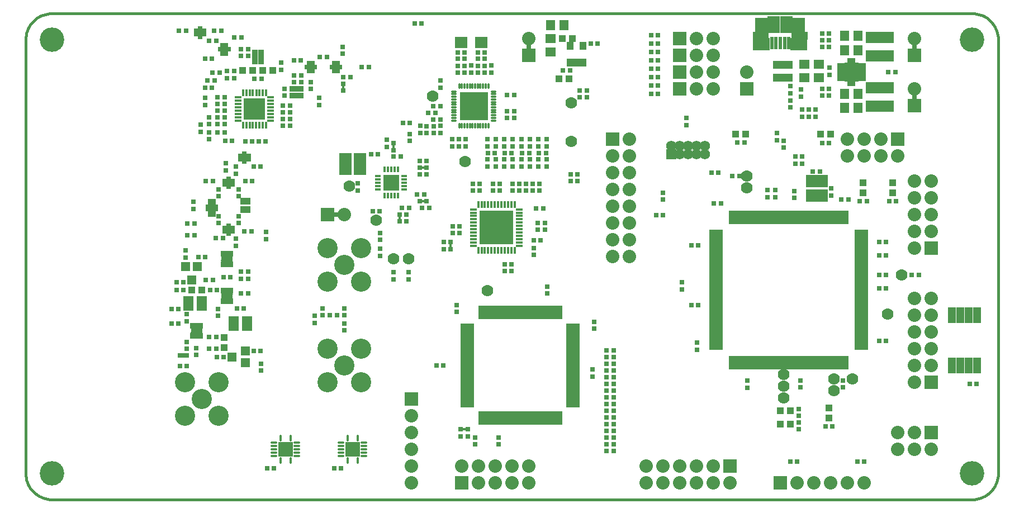
<source format=gts>
G04 (created by PCBNEW-RS274X (2012-01-19 BZR 3256)-stable) date 21/09/2012 20:47:58*
G01*
G70*
G90*
%MOIN*%
G04 Gerber Fmt 3.4, Leading zero omitted, Abs format*
%FSLAX34Y34*%
G04 APERTURE LIST*
%ADD10C,0.006000*%
%ADD11C,0.015000*%
%ADD12R,0.056000X0.056000*%
%ADD13R,0.040000X0.050000*%
%ADD14R,0.067200X0.075100*%
%ADD15R,0.075100X0.067200*%
%ADD16R,0.031600X0.079100*%
%ADD17R,0.079100X0.031600*%
%ADD18R,0.023700X0.076900*%
%ADD19R,0.076100X0.101400*%
%ADD20R,0.104300X0.077100*%
%ADD21R,0.091900X0.045000*%
%ADD22R,0.083000X0.131600*%
%ADD23C,0.083000*%
%ADD24C,0.077100*%
%ADD25C,0.070000*%
%ADD26R,0.041700X0.051500*%
%ADD27R,0.059000X0.038000*%
%ADD28R,0.045000X0.095000*%
%ADD29R,0.027900X0.037700*%
%ADD30R,0.071200X0.027900*%
%ADD31O,0.067200X0.027900*%
%ADD32R,0.067200X0.039700*%
%ADD33O,0.063300X0.027900*%
%ADD34R,0.025900X0.027900*%
%ADD35R,0.053500X0.031000*%
%ADD36R,0.052400X0.067200*%
%ADD37R,0.031000X0.047600*%
%ADD38C,0.043000*%
%ADD39O,0.039100X0.016600*%
%ADD40O,0.016600X0.039100*%
%ADD41R,0.046000X0.046000*%
%ADD42O,0.016600X0.041000*%
%ADD43O,0.041000X0.016600*%
%ADD44R,0.200900X0.200900*%
%ADD45O,0.013700X0.038300*%
%ADD46O,0.038300X0.013700*%
%ADD47R,0.170500X0.170500*%
%ADD48R,0.131300X0.131300*%
%ADD49O,0.037100X0.016600*%
%ADD50O,0.016600X0.037100*%
%ADD51R,0.096500X0.096500*%
%ADD52R,0.165700X0.067200*%
%ADD53R,0.035700X0.039700*%
%ADD54R,0.047600X0.039700*%
%ADD55R,0.039700X0.043600*%
%ADD56R,0.080000X0.080000*%
%ADD57C,0.080000*%
%ADD58R,0.036100X0.033000*%
%ADD59R,0.033000X0.036100*%
%ADD60R,0.062000X0.062000*%
%ADD61C,0.062000*%
%ADD62R,0.041700X0.029800*%
%ADD63R,0.064700X0.053300*%
%ADD64R,0.053300X0.064700*%
%ADD65R,0.042000X0.042000*%
%ADD66R,0.030000X0.028000*%
%ADD67R,0.028000X0.030000*%
%ADD68C,0.120000*%
%ADD69R,0.038000X0.028000*%
%ADD70R,0.038000X0.018000*%
%ADD71R,0.018000X0.038000*%
%ADD72C,0.146000*%
%ADD73R,0.030000X0.080000*%
%ADD74R,0.080000X0.030000*%
%ADD75R,0.026000X0.036900*%
%ADD76R,0.044000X0.027900*%
%ADD77R,0.036900X0.026000*%
%ADD78R,0.027900X0.044000*%
G04 APERTURE END LIST*
G54D10*
G54D11*
X26075Y-21500D02*
X80975Y-21500D01*
X26075Y-50500D02*
X80925Y-50500D01*
X24500Y-23075D02*
X24500Y-48925D01*
X82500Y-23075D02*
X82500Y-48925D01*
X82500Y-23075D02*
X82494Y-22938D01*
X82476Y-22802D01*
X82446Y-22668D01*
X82405Y-22537D01*
X82352Y-22410D01*
X82288Y-22288D01*
X82215Y-22172D01*
X82131Y-22063D01*
X82038Y-21962D01*
X81937Y-21869D01*
X81828Y-21785D01*
X81712Y-21712D01*
X81590Y-21648D01*
X81463Y-21595D01*
X81332Y-21554D01*
X81198Y-21524D01*
X81062Y-21506D01*
X80925Y-21500D01*
X80925Y-50500D02*
X81062Y-50494D01*
X81198Y-50476D01*
X81332Y-50446D01*
X81463Y-50405D01*
X81590Y-50352D01*
X81712Y-50288D01*
X81828Y-50215D01*
X81937Y-50131D01*
X82038Y-50038D01*
X82131Y-49937D01*
X82215Y-49828D01*
X82288Y-49712D01*
X82352Y-49590D01*
X82405Y-49463D01*
X82446Y-49332D01*
X82476Y-49198D01*
X82494Y-49062D01*
X82500Y-48925D01*
X24500Y-48925D02*
X24506Y-49062D01*
X24524Y-49198D01*
X24554Y-49332D01*
X24595Y-49463D01*
X24648Y-49590D01*
X24712Y-49712D01*
X24785Y-49828D01*
X24869Y-49937D01*
X24962Y-50038D01*
X25063Y-50131D01*
X25172Y-50215D01*
X25288Y-50288D01*
X25410Y-50352D01*
X25537Y-50405D01*
X25668Y-50446D01*
X25802Y-50476D01*
X25938Y-50494D01*
X26075Y-50500D01*
X26075Y-21500D02*
X25938Y-21506D01*
X25802Y-21524D01*
X25668Y-21554D01*
X25537Y-21595D01*
X25410Y-21648D01*
X25288Y-21712D01*
X25172Y-21785D01*
X25063Y-21869D01*
X24962Y-21962D01*
X24869Y-22063D01*
X24785Y-22172D01*
X24712Y-22288D01*
X24648Y-22410D01*
X24595Y-22537D01*
X24554Y-22668D01*
X24524Y-22802D01*
X24506Y-22938D01*
X24500Y-23075D01*
G54D12*
X37600Y-41650D03*
X37600Y-42350D03*
X36800Y-42000D03*
X34050Y-36600D03*
X34750Y-36600D03*
X34400Y-37400D03*
G54D13*
X56975Y-24450D03*
X57725Y-24450D03*
X56975Y-23450D03*
X57350Y-24450D03*
X57725Y-23450D03*
G54D14*
X72015Y-32383D03*
X71385Y-31517D03*
X72015Y-31517D03*
X71385Y-32383D03*
G54D15*
X43567Y-30815D03*
X44433Y-30185D03*
X44433Y-30815D03*
X43567Y-30185D03*
G54D16*
X56362Y-39350D03*
X56165Y-39350D03*
X55969Y-39350D03*
X55772Y-39350D03*
X55575Y-39350D03*
X55378Y-39350D03*
X55181Y-39350D03*
X54984Y-39350D03*
X54787Y-39350D03*
X54591Y-39350D03*
X54394Y-39350D03*
X54197Y-39350D03*
X54000Y-39350D03*
X53803Y-39350D03*
X53606Y-39350D03*
X53409Y-39350D03*
X53213Y-39350D03*
X53016Y-39350D03*
X52819Y-39350D03*
X52622Y-39350D03*
X52425Y-39350D03*
X52228Y-39350D03*
X52031Y-39350D03*
X51835Y-39350D03*
X51638Y-39350D03*
G54D17*
X50850Y-40138D03*
X50850Y-40335D03*
X50850Y-40531D03*
X50850Y-40728D03*
X50850Y-40925D03*
X50850Y-41122D03*
X50850Y-41319D03*
X50850Y-41516D03*
X50850Y-41713D03*
X50850Y-41909D03*
X50850Y-42106D03*
X50850Y-42303D03*
X50850Y-42500D03*
X50850Y-42697D03*
X50850Y-42894D03*
X50850Y-43091D03*
X50850Y-43287D03*
X50850Y-43484D03*
X50850Y-43681D03*
X50850Y-43878D03*
X50850Y-44075D03*
X50850Y-44272D03*
X50850Y-44469D03*
X50850Y-44665D03*
X50850Y-44862D03*
G54D16*
X51638Y-45650D03*
X51835Y-45650D03*
X52031Y-45650D03*
X52228Y-45650D03*
X52425Y-45650D03*
X52622Y-45650D03*
X52819Y-45650D03*
X53016Y-45650D03*
X53213Y-45650D03*
X53409Y-45650D03*
X53606Y-45650D03*
X53803Y-45650D03*
X54000Y-45650D03*
X54197Y-45650D03*
X54394Y-45650D03*
X54591Y-45650D03*
X54787Y-45650D03*
X54984Y-45650D03*
X55181Y-45650D03*
X55378Y-45650D03*
X55575Y-45650D03*
X55772Y-45650D03*
X55969Y-45650D03*
X56165Y-45650D03*
X56362Y-45650D03*
G54D17*
X57150Y-44862D03*
X57150Y-44665D03*
X57150Y-44469D03*
X57150Y-44272D03*
X57150Y-44075D03*
X57150Y-43878D03*
X57150Y-43681D03*
X57150Y-43484D03*
X57150Y-43287D03*
X57150Y-43091D03*
X57150Y-42894D03*
X57150Y-42697D03*
X57150Y-42500D03*
X57150Y-42303D03*
X57150Y-42106D03*
X57150Y-41909D03*
X57150Y-41713D03*
X57150Y-41516D03*
X57150Y-41319D03*
X57150Y-41122D03*
X57150Y-40925D03*
X57150Y-40728D03*
X57150Y-40531D03*
X57150Y-40335D03*
X57150Y-40138D03*
G54D18*
X70012Y-23281D03*
X69756Y-23281D03*
X69500Y-23281D03*
X69244Y-23281D03*
X68988Y-23281D03*
G54D19*
X69879Y-22156D03*
X69121Y-22156D03*
G54D20*
X70614Y-23340D03*
X68386Y-23340D03*
G54D21*
X70676Y-22827D03*
X68324Y-22827D03*
G54D22*
X70583Y-22394D03*
X68417Y-22394D03*
G54D23*
X70583Y-22169D03*
X68417Y-22169D03*
G54D24*
X70479Y-23339D03*
X68521Y-23339D03*
G54D25*
X48775Y-26425D03*
X76750Y-37100D03*
X67500Y-31900D03*
X67500Y-31200D03*
X45400Y-33850D03*
X75900Y-39450D03*
X43800Y-31800D03*
X73800Y-43300D03*
X69700Y-43750D03*
X69700Y-43050D03*
X69700Y-44450D03*
X72700Y-44000D03*
X72700Y-43300D03*
G54D26*
X70024Y-24566D03*
X69650Y-24566D03*
X69276Y-24566D03*
X69276Y-25334D03*
X69650Y-25334D03*
X70024Y-25334D03*
G54D27*
X34205Y-38540D03*
X34205Y-38800D03*
X34205Y-39060D03*
X34995Y-39060D03*
X34995Y-38800D03*
X34995Y-38540D03*
X37695Y-40260D03*
X37695Y-40000D03*
X37695Y-39740D03*
X36905Y-39740D03*
X36905Y-40000D03*
X36905Y-40260D03*
G54D28*
X81250Y-39500D03*
X80750Y-39500D03*
X80250Y-39500D03*
X79750Y-39500D03*
X79750Y-42500D03*
X80250Y-42500D03*
X80750Y-42500D03*
X81250Y-42500D03*
G54D29*
X36264Y-36455D03*
X36421Y-36455D03*
X36579Y-36455D03*
X36736Y-36455D03*
X36736Y-35845D03*
X36579Y-35845D03*
X36421Y-35845D03*
X36264Y-35845D03*
G54D30*
X36500Y-36150D03*
G54D31*
X36500Y-36052D03*
G54D32*
X36500Y-36150D03*
G54D33*
X36520Y-36248D03*
G54D10*
G36*
X36303Y-36429D02*
X36122Y-36248D01*
X36283Y-36087D01*
X36464Y-36268D01*
X36303Y-36429D01*
X36303Y-36429D01*
G37*
G54D34*
X36333Y-36248D03*
G54D29*
X34454Y-40745D03*
X34611Y-40745D03*
X34769Y-40745D03*
X34926Y-40745D03*
X34926Y-40135D03*
X34769Y-40135D03*
X34611Y-40135D03*
X34454Y-40135D03*
G54D30*
X34690Y-40440D03*
G54D31*
X34690Y-40342D03*
G54D32*
X34690Y-40440D03*
G54D33*
X34710Y-40538D03*
G54D10*
G36*
X34493Y-40719D02*
X34312Y-40538D01*
X34473Y-40377D01*
X34654Y-40558D01*
X34493Y-40719D01*
X34493Y-40719D01*
G37*
G54D34*
X34523Y-40538D03*
G54D29*
X36736Y-38045D03*
X36579Y-38045D03*
X36421Y-38045D03*
X36264Y-38045D03*
X36264Y-38655D03*
X36421Y-38655D03*
X36579Y-38655D03*
X36736Y-38655D03*
G54D30*
X36500Y-38350D03*
G54D31*
X36500Y-38448D03*
G54D32*
X36500Y-38350D03*
G54D33*
X36480Y-38252D03*
G54D10*
G36*
X36697Y-38071D02*
X36878Y-38252D01*
X36717Y-38413D01*
X36536Y-38232D01*
X36697Y-38071D01*
X36697Y-38071D01*
G37*
G54D34*
X36667Y-38252D03*
G54D35*
X73159Y-24606D03*
X73159Y-24803D03*
X73159Y-25000D03*
X73159Y-25197D03*
X73159Y-25394D03*
X74341Y-25394D03*
X74341Y-25197D03*
X74341Y-25000D03*
X74341Y-24803D03*
X74341Y-24606D03*
G54D36*
X73912Y-25236D03*
X73912Y-24764D03*
X73588Y-24764D03*
X73588Y-25236D03*
G54D37*
X73848Y-24390D03*
X73652Y-24390D03*
X73652Y-25610D03*
X73848Y-25610D03*
G54D38*
X73750Y-25000D03*
X73947Y-24705D03*
X73553Y-24705D03*
X73553Y-25295D03*
X73947Y-25295D03*
G54D39*
X44679Y-47894D03*
X44679Y-47697D03*
X44679Y-47500D03*
X44679Y-47303D03*
X44679Y-47106D03*
G54D40*
X43705Y-46821D03*
G54D39*
X43321Y-47106D03*
X43321Y-47303D03*
X43321Y-47500D03*
X43321Y-47697D03*
X43321Y-47894D03*
G54D41*
X44202Y-47702D03*
X43798Y-47702D03*
X44202Y-47298D03*
X43798Y-47298D03*
G54D40*
X44295Y-46821D03*
X43705Y-48179D03*
X44295Y-48179D03*
G54D39*
X40679Y-47894D03*
X40679Y-47697D03*
X40679Y-47500D03*
X40679Y-47303D03*
X40679Y-47106D03*
G54D40*
X39705Y-46821D03*
G54D39*
X39321Y-47106D03*
X39321Y-47303D03*
X39321Y-47500D03*
X39321Y-47697D03*
X39321Y-47894D03*
G54D41*
X40202Y-47702D03*
X39798Y-47702D03*
X40202Y-47298D03*
X39798Y-47298D03*
G54D40*
X40295Y-46821D03*
X39705Y-48179D03*
X40295Y-48179D03*
G54D42*
X53658Y-32917D03*
X53461Y-32917D03*
X53264Y-32917D03*
X53067Y-32917D03*
X52870Y-32917D03*
X52673Y-32917D03*
X52477Y-32917D03*
X52280Y-32917D03*
X52083Y-32917D03*
X51886Y-32917D03*
X51689Y-32917D03*
X51492Y-32917D03*
G54D43*
X51217Y-33192D03*
X51217Y-33389D03*
X51217Y-33586D03*
X51217Y-33783D03*
X51217Y-33980D03*
X51217Y-34177D03*
X51217Y-34373D03*
X51217Y-34570D03*
X51217Y-34767D03*
X51217Y-34964D03*
X51217Y-35161D03*
X51217Y-35358D03*
G54D42*
X51492Y-35633D03*
X51689Y-35633D03*
X51886Y-35633D03*
X52083Y-35633D03*
X52280Y-35633D03*
X52477Y-35633D03*
X52673Y-35633D03*
X52870Y-35633D03*
X53067Y-35633D03*
X53264Y-35633D03*
X53461Y-35633D03*
X53658Y-35633D03*
G54D43*
X53933Y-35358D03*
X53933Y-35161D03*
X53933Y-34964D03*
X53933Y-34767D03*
X53933Y-34570D03*
X53933Y-34373D03*
X53933Y-34177D03*
X53933Y-33980D03*
X53933Y-33783D03*
X53933Y-33586D03*
X53933Y-33389D03*
X53933Y-33192D03*
G54D44*
X52575Y-34275D03*
G54D45*
X52091Y-25844D03*
X51934Y-25844D03*
X51776Y-25844D03*
X51619Y-25844D03*
X51461Y-25844D03*
X51304Y-25844D03*
X51146Y-25844D03*
X50989Y-25844D03*
X50831Y-25844D03*
X50674Y-25844D03*
X50516Y-25844D03*
X50359Y-25844D03*
G54D46*
X50044Y-26159D03*
X50044Y-26316D03*
X50044Y-26474D03*
X50044Y-26631D03*
X50044Y-26789D03*
X50044Y-26946D03*
X50044Y-27104D03*
X50044Y-27261D03*
X50044Y-27419D03*
X50044Y-27576D03*
X50044Y-27734D03*
X50044Y-27891D03*
G54D45*
X50359Y-28206D03*
X50516Y-28206D03*
X50674Y-28206D03*
X50831Y-28206D03*
X50989Y-28206D03*
X51146Y-28206D03*
X51304Y-28206D03*
X51461Y-28206D03*
X51619Y-28206D03*
X51776Y-28206D03*
X51934Y-28206D03*
X52091Y-28206D03*
G54D46*
X52406Y-27891D03*
X52406Y-27734D03*
X52406Y-27576D03*
X52406Y-27419D03*
X52406Y-27261D03*
X52406Y-27104D03*
X52406Y-26946D03*
X52406Y-26789D03*
X52406Y-26631D03*
X52406Y-26474D03*
X52406Y-26316D03*
X52406Y-26159D03*
G54D47*
X51225Y-27025D03*
G54D43*
X37185Y-26511D03*
X37185Y-26708D03*
X37185Y-26905D03*
X37185Y-27102D03*
X37185Y-27298D03*
X37185Y-27495D03*
X37185Y-27692D03*
X37185Y-27889D03*
G54D48*
X38150Y-27200D03*
G54D42*
X37461Y-28165D03*
X37658Y-28165D03*
X37855Y-28165D03*
X38052Y-28165D03*
X38248Y-28165D03*
X38445Y-28165D03*
X38642Y-28165D03*
X38839Y-28165D03*
G54D43*
X39115Y-27889D03*
X39115Y-27692D03*
X39115Y-27495D03*
X39115Y-27298D03*
X39115Y-27102D03*
X39115Y-26905D03*
X39115Y-26708D03*
X39115Y-26511D03*
G54D42*
X38839Y-26235D03*
X38642Y-26235D03*
X38445Y-26235D03*
X38268Y-26235D03*
X38052Y-26235D03*
X37855Y-26235D03*
X37678Y-26235D03*
X37461Y-26235D03*
G54D49*
X45513Y-31206D03*
X45513Y-31403D03*
X45513Y-31600D03*
X45513Y-31797D03*
X45513Y-31994D03*
G54D50*
X45906Y-32387D03*
X46103Y-32387D03*
X46300Y-32387D03*
X46497Y-32387D03*
X46694Y-32387D03*
G54D49*
X47087Y-31994D03*
X47087Y-31797D03*
X47087Y-31600D03*
X47087Y-31403D03*
X47087Y-31206D03*
G54D50*
X46694Y-30813D03*
X46497Y-30813D03*
X46300Y-30813D03*
X46103Y-30813D03*
X45906Y-30813D03*
G54D51*
X46300Y-31600D03*
G54D52*
X75450Y-27051D03*
X75450Y-25949D03*
X75450Y-24051D03*
X75450Y-22949D03*
G54D16*
X73445Y-33659D03*
X73248Y-33659D03*
X73051Y-33659D03*
X72854Y-33659D03*
X72657Y-33659D03*
X72461Y-33659D03*
X72264Y-33659D03*
X72067Y-33659D03*
X71870Y-33659D03*
X71673Y-33659D03*
X71476Y-33659D03*
X71280Y-33659D03*
X71083Y-33659D03*
X70886Y-33659D03*
X70689Y-33659D03*
X70492Y-33659D03*
X70295Y-33659D03*
X70098Y-33659D03*
X69902Y-33659D03*
X69705Y-33659D03*
X69508Y-33659D03*
X69311Y-33659D03*
X69114Y-33659D03*
X68917Y-33659D03*
X68720Y-33659D03*
X68524Y-33659D03*
X68327Y-33659D03*
X68130Y-33659D03*
X67933Y-33659D03*
X67736Y-33659D03*
X67539Y-33659D03*
X67343Y-33659D03*
X67146Y-33659D03*
X66949Y-33659D03*
X66752Y-33659D03*
X66555Y-33659D03*
G54D17*
X65669Y-34545D03*
X65669Y-34742D03*
X65669Y-34939D03*
X65669Y-35136D03*
X65669Y-35333D03*
X65669Y-35529D03*
X65669Y-35726D03*
X65669Y-35923D03*
X65669Y-36120D03*
X65669Y-36317D03*
X65669Y-36514D03*
X65669Y-36710D03*
X65669Y-36907D03*
X65669Y-37104D03*
X65669Y-37301D03*
X65669Y-37498D03*
X65669Y-37695D03*
X65669Y-37892D03*
X65669Y-38088D03*
X65669Y-38285D03*
X65669Y-38482D03*
X65669Y-38679D03*
X65669Y-38876D03*
X65669Y-39073D03*
X65669Y-39270D03*
X65669Y-39466D03*
X65669Y-39663D03*
X65669Y-39860D03*
X65669Y-40057D03*
X65669Y-40254D03*
X65669Y-40451D03*
X65669Y-40647D03*
X65669Y-40844D03*
X65669Y-41041D03*
X65669Y-41238D03*
X65669Y-41435D03*
G54D16*
X66555Y-42321D03*
X66752Y-42321D03*
X66949Y-42321D03*
X67146Y-42321D03*
X67343Y-42321D03*
X67539Y-42321D03*
X67736Y-42321D03*
X67933Y-42321D03*
X68130Y-42321D03*
X68327Y-42321D03*
X68524Y-42321D03*
X68720Y-42321D03*
X68917Y-42321D03*
X69114Y-42321D03*
X69311Y-42321D03*
X69508Y-42321D03*
X69705Y-42321D03*
X69902Y-42321D03*
X70098Y-42321D03*
X70295Y-42321D03*
X70492Y-42321D03*
X70689Y-42321D03*
X70886Y-42321D03*
X71083Y-42321D03*
X71280Y-42321D03*
X71476Y-42321D03*
X71673Y-42321D03*
X71870Y-42321D03*
X72067Y-42321D03*
X72264Y-42321D03*
X72461Y-42321D03*
X72657Y-42321D03*
X72854Y-42321D03*
X73051Y-42321D03*
X73248Y-42321D03*
X73445Y-42321D03*
G54D17*
X74331Y-41435D03*
X74331Y-41238D03*
X74331Y-41041D03*
X74331Y-40844D03*
X74331Y-40647D03*
X74331Y-40451D03*
X74331Y-40254D03*
X74331Y-40057D03*
X74331Y-39860D03*
X74331Y-39663D03*
X74331Y-39466D03*
X74331Y-39270D03*
X74331Y-39073D03*
X74331Y-38876D03*
X74331Y-38679D03*
X74331Y-38482D03*
X74331Y-38285D03*
X74331Y-38088D03*
X74331Y-37892D03*
X74331Y-37695D03*
X74331Y-37498D03*
X74331Y-37301D03*
X74331Y-37104D03*
X74331Y-36907D03*
X74331Y-36710D03*
X74331Y-36514D03*
X74331Y-36317D03*
X74331Y-36120D03*
X74331Y-35923D03*
X74331Y-35726D03*
X74331Y-35529D03*
X74331Y-35333D03*
X74331Y-35136D03*
X74331Y-34939D03*
X74331Y-34742D03*
X74331Y-34545D03*
G54D53*
X37738Y-33196D03*
X37738Y-32704D03*
X37462Y-32704D03*
X37462Y-33196D03*
G54D54*
X35600Y-32765D03*
X35600Y-33435D03*
G54D55*
X35777Y-33100D03*
X35423Y-33100D03*
G54D56*
X59500Y-29000D03*
G54D57*
X60500Y-29000D03*
X59500Y-30000D03*
X60500Y-30000D03*
X59500Y-31000D03*
X60500Y-31000D03*
X59500Y-32000D03*
X60500Y-32000D03*
X59500Y-33000D03*
X60500Y-33000D03*
X59500Y-34000D03*
X60500Y-34000D03*
X59500Y-35000D03*
X60500Y-35000D03*
X59500Y-36000D03*
X60500Y-36000D03*
G54D56*
X66500Y-48500D03*
G54D57*
X66500Y-49500D03*
X65500Y-48500D03*
X65500Y-49500D03*
X64500Y-48500D03*
X64500Y-49500D03*
X63500Y-48500D03*
X63500Y-49500D03*
X62500Y-48500D03*
X62500Y-49500D03*
X61500Y-48500D03*
X61500Y-49500D03*
G54D56*
X78500Y-43500D03*
G54D57*
X77500Y-43500D03*
X78500Y-42500D03*
X77500Y-42500D03*
X78500Y-41500D03*
X77500Y-41500D03*
X78500Y-40500D03*
X77500Y-40500D03*
X78500Y-39500D03*
X77500Y-39500D03*
X78500Y-38500D03*
X77500Y-38500D03*
G54D56*
X78500Y-35500D03*
G54D57*
X77500Y-35500D03*
X78500Y-34500D03*
X77500Y-34500D03*
X78500Y-33500D03*
X77500Y-33500D03*
X78500Y-32500D03*
X77500Y-32500D03*
X78500Y-31500D03*
X77500Y-31500D03*
G54D56*
X50500Y-49500D03*
G54D57*
X50500Y-48500D03*
X51500Y-49500D03*
X51500Y-48500D03*
X52500Y-49500D03*
X52500Y-48500D03*
X53500Y-49500D03*
X53500Y-48500D03*
X54500Y-49500D03*
X54500Y-48500D03*
G54D56*
X76500Y-29000D03*
G54D57*
X76500Y-30000D03*
X75500Y-29000D03*
X75500Y-30000D03*
X74500Y-29000D03*
X74500Y-30000D03*
X73500Y-29000D03*
X73500Y-30000D03*
G54D56*
X78510Y-46500D03*
G54D57*
X78510Y-47500D03*
X77510Y-46500D03*
X77510Y-47500D03*
X76510Y-46500D03*
X76510Y-47500D03*
G54D56*
X69500Y-49500D03*
G54D57*
X70500Y-49500D03*
X71500Y-49500D03*
X72500Y-49500D03*
X73500Y-49500D03*
X74500Y-49500D03*
G54D56*
X47500Y-44500D03*
G54D57*
X47500Y-45500D03*
X47500Y-46500D03*
X47500Y-47500D03*
X47500Y-48500D03*
X47500Y-49500D03*
G54D56*
X63500Y-24000D03*
G54D57*
X64500Y-24000D03*
X65500Y-24000D03*
G54D56*
X63500Y-23000D03*
G54D57*
X64500Y-23000D03*
X65500Y-23000D03*
G54D56*
X63500Y-25000D03*
G54D57*
X64500Y-25000D03*
X65500Y-25000D03*
G54D56*
X63500Y-26000D03*
G54D57*
X64500Y-26000D03*
X65500Y-26000D03*
G54D56*
X67500Y-26000D03*
G54D57*
X67500Y-25000D03*
G54D58*
X40910Y-26005D03*
X40650Y-26005D03*
X40390Y-26005D03*
X40390Y-26395D03*
X40650Y-26395D03*
X40910Y-26395D03*
G54D59*
X38155Y-23840D03*
X38155Y-24100D03*
X38155Y-24360D03*
X38545Y-24360D03*
X38545Y-24100D03*
X38545Y-23840D03*
G54D60*
X63000Y-29900D03*
G54D61*
X63000Y-29400D03*
X63500Y-29900D03*
X63500Y-29400D03*
X64000Y-29900D03*
X64000Y-29400D03*
X64500Y-29900D03*
X64500Y-29400D03*
X65000Y-29900D03*
X65000Y-29400D03*
G54D62*
X51508Y-23028D03*
X51508Y-23225D03*
X51508Y-23422D03*
X51842Y-23422D03*
X51842Y-23225D03*
X51842Y-23028D03*
X50308Y-23028D03*
X50308Y-23225D03*
X50308Y-23422D03*
X50642Y-23422D03*
X50642Y-23225D03*
X50642Y-23028D03*
G54D63*
X55800Y-23800D03*
X55800Y-23000D03*
X70950Y-25350D03*
X70950Y-24550D03*
G54D64*
X73350Y-22850D03*
X74150Y-22850D03*
X73350Y-23700D03*
X74150Y-23700D03*
X55800Y-22200D03*
X56600Y-22200D03*
G54D63*
X71800Y-24550D03*
X71800Y-25350D03*
G54D64*
X74150Y-26300D03*
X73350Y-26300D03*
X74150Y-27150D03*
X73350Y-27150D03*
G54D65*
X72500Y-28700D03*
X71900Y-28700D03*
X67450Y-28700D03*
X66850Y-28700D03*
X72400Y-45050D03*
X72400Y-45650D03*
X70100Y-46000D03*
X69500Y-46000D03*
X70100Y-45200D03*
X69500Y-45200D03*
X74450Y-31600D03*
X74450Y-32200D03*
X76200Y-31600D03*
X76200Y-32200D03*
X37450Y-24900D03*
X38050Y-24900D03*
X35000Y-38000D03*
X34400Y-38000D03*
X57100Y-23000D03*
X56500Y-23000D03*
X39250Y-24900D03*
X38650Y-24900D03*
X56900Y-25400D03*
X56300Y-25400D03*
X36350Y-40850D03*
X36350Y-41450D03*
G54D66*
X62500Y-32190D03*
X62500Y-32610D03*
G54D67*
X72410Y-23500D03*
X71990Y-23500D03*
X72410Y-23100D03*
X71990Y-23100D03*
X77340Y-37100D03*
X77760Y-37100D03*
X74510Y-48250D03*
X74090Y-48250D03*
G54D66*
X71190Y-27240D03*
X71190Y-27660D03*
X71590Y-27660D03*
X71590Y-27240D03*
X70750Y-26460D03*
X70750Y-26040D03*
X70790Y-27660D03*
X70790Y-27240D03*
G54D67*
X75940Y-25000D03*
X76360Y-25000D03*
X35340Y-25500D03*
X35760Y-25500D03*
X72410Y-26000D03*
X71990Y-26000D03*
G54D66*
X54075Y-30215D03*
X54075Y-30635D03*
G54D67*
X37760Y-23650D03*
X37340Y-23650D03*
X35640Y-25050D03*
X36060Y-25050D03*
X40490Y-24300D03*
X40910Y-24300D03*
G54D66*
X38850Y-34960D03*
X38850Y-34540D03*
G54D67*
X36360Y-28600D03*
X35940Y-28600D03*
G54D66*
X34950Y-28560D03*
X34950Y-28140D03*
G54D67*
X35940Y-27700D03*
X36360Y-27700D03*
X36360Y-26500D03*
X35940Y-26500D03*
X62090Y-33550D03*
X62510Y-33550D03*
G54D66*
X63650Y-37960D03*
X63650Y-37540D03*
X55575Y-30215D03*
X55575Y-30635D03*
X55075Y-30215D03*
X55075Y-30635D03*
X54575Y-30215D03*
X54575Y-30635D03*
G54D67*
X57410Y-31500D03*
X56990Y-31500D03*
X57540Y-26500D03*
X57960Y-26500D03*
X34790Y-36050D03*
X35210Y-36050D03*
G54D66*
X54075Y-29015D03*
X54075Y-29435D03*
X54575Y-29015D03*
X54575Y-29435D03*
X55075Y-29015D03*
X55075Y-29435D03*
X55575Y-29015D03*
X55575Y-29435D03*
G54D67*
X57410Y-31100D03*
X56990Y-31100D03*
X57540Y-26100D03*
X57960Y-26100D03*
G54D66*
X53525Y-29015D03*
X53525Y-29435D03*
X53025Y-29015D03*
X53025Y-29435D03*
X52525Y-29015D03*
X52525Y-29435D03*
X52025Y-29015D03*
X52025Y-29435D03*
X38550Y-42810D03*
X38550Y-42390D03*
G54D67*
X48415Y-28225D03*
X48835Y-28225D03*
X48415Y-28625D03*
X48835Y-28625D03*
G54D66*
X47350Y-36940D03*
X47350Y-37360D03*
X46450Y-36940D03*
X46450Y-37360D03*
X36000Y-31990D03*
X36000Y-32410D03*
G54D67*
X37540Y-34500D03*
X37960Y-34500D03*
G54D66*
X37050Y-30640D03*
X37050Y-31060D03*
G54D67*
X42040Y-24100D03*
X42460Y-24100D03*
G54D66*
X41500Y-25590D03*
X41500Y-26010D03*
G54D67*
X35190Y-24200D03*
X35610Y-24200D03*
G54D66*
X36450Y-30440D03*
X36450Y-30860D03*
X40500Y-25190D03*
X40500Y-25610D03*
X36000Y-34010D03*
X36000Y-33590D03*
X37200Y-33590D03*
X37200Y-34010D03*
X40950Y-25190D03*
X40950Y-25610D03*
G54D67*
X35840Y-34900D03*
X36260Y-34900D03*
X35240Y-31500D03*
X35660Y-31500D03*
G54D66*
X37050Y-34940D03*
X37050Y-35360D03*
G54D67*
X45610Y-33300D03*
X45190Y-33300D03*
G54D66*
X44300Y-31640D03*
X44300Y-32060D03*
G54D67*
X59140Y-47600D03*
X59560Y-47600D03*
X59140Y-47200D03*
X59560Y-47200D03*
X38090Y-30650D03*
X38510Y-30650D03*
X40260Y-28200D03*
X39840Y-28200D03*
X40260Y-27000D03*
X39840Y-27000D03*
X40260Y-27400D03*
X39840Y-27400D03*
X35940Y-27300D03*
X36360Y-27300D03*
X35940Y-26900D03*
X36360Y-26900D03*
X43440Y-25300D03*
X43860Y-25300D03*
X44540Y-24700D03*
X44960Y-24700D03*
G54D66*
X42000Y-26960D03*
X42000Y-26540D03*
G54D67*
X59140Y-46800D03*
X59560Y-46800D03*
X37590Y-31500D03*
X38010Y-31500D03*
X36810Y-29100D03*
X36390Y-29100D03*
G54D66*
X35450Y-29010D03*
X35450Y-28590D03*
G54D67*
X35940Y-28100D03*
X36360Y-28100D03*
G54D66*
X35450Y-27690D03*
X35450Y-28110D03*
X43400Y-23490D03*
X43400Y-23910D03*
X37200Y-31990D03*
X37200Y-32410D03*
G54D67*
X62210Y-22800D03*
X61790Y-22800D03*
X67360Y-29200D03*
X66940Y-29200D03*
X72190Y-46150D03*
X72610Y-46150D03*
X75990Y-32700D03*
X76410Y-32700D03*
X74240Y-32700D03*
X74660Y-32700D03*
G54D66*
X70600Y-45090D03*
X70600Y-45510D03*
X70600Y-45890D03*
X70600Y-46310D03*
X69200Y-32040D03*
X69200Y-32460D03*
G54D67*
X61790Y-24300D03*
X62210Y-24300D03*
X72410Y-29250D03*
X71990Y-29250D03*
G54D66*
X63900Y-28160D03*
X63900Y-27740D03*
X70100Y-27110D03*
X70100Y-26690D03*
G54D67*
X66640Y-31200D03*
X67060Y-31200D03*
X65390Y-31000D03*
X65810Y-31000D03*
G54D66*
X70100Y-26260D03*
X70100Y-25840D03*
G54D67*
X70510Y-48250D03*
X70090Y-48250D03*
G54D66*
X69700Y-29090D03*
X69700Y-29510D03*
X69300Y-28640D03*
X69300Y-29060D03*
G54D67*
X59140Y-43600D03*
X59560Y-43600D03*
X59140Y-46400D03*
X59560Y-46400D03*
X59140Y-46000D03*
X59560Y-46000D03*
X61790Y-26300D03*
X62210Y-26300D03*
X59140Y-45600D03*
X59560Y-45600D03*
X59140Y-45200D03*
X59560Y-45200D03*
X59140Y-44800D03*
X59560Y-44800D03*
X59140Y-44400D03*
X59560Y-44400D03*
X59140Y-44000D03*
X59560Y-44000D03*
X72410Y-26400D03*
X71990Y-26400D03*
X61790Y-25300D03*
X62210Y-25300D03*
X59140Y-43200D03*
X59560Y-43200D03*
X59140Y-42800D03*
X59560Y-42800D03*
X59140Y-42400D03*
X59560Y-42400D03*
X59140Y-42000D03*
X59560Y-42000D03*
X59140Y-41600D03*
X59560Y-41600D03*
X46860Y-30050D03*
X46440Y-30050D03*
X52065Y-29825D03*
X52485Y-29825D03*
G54D66*
X50675Y-24215D03*
X50675Y-24635D03*
X49925Y-29435D03*
X49925Y-29015D03*
X52025Y-30635D03*
X52025Y-30215D03*
X52525Y-30635D03*
X52525Y-30215D03*
X53025Y-30635D03*
X53025Y-30215D03*
X53525Y-30635D03*
X53525Y-30215D03*
X50275Y-24215D03*
X50275Y-24635D03*
X49225Y-28215D03*
X49225Y-28635D03*
G54D67*
X45090Y-29900D03*
X45510Y-29900D03*
G54D66*
X48025Y-28215D03*
X48025Y-28635D03*
X47400Y-28690D03*
X47400Y-29110D03*
G54D67*
X46990Y-28050D03*
X47410Y-28050D03*
X48260Y-32300D03*
X47840Y-32300D03*
X47360Y-33100D03*
X46940Y-33100D03*
G54D66*
X51475Y-24215D03*
X51475Y-24635D03*
G54D67*
X48410Y-31100D03*
X47990Y-31100D03*
X49965Y-34200D03*
X50385Y-34200D03*
X49965Y-34600D03*
X50385Y-34600D03*
X72410Y-22700D03*
X71990Y-22700D03*
X65540Y-32850D03*
X65960Y-32850D03*
X64190Y-35350D03*
X64610Y-35350D03*
X64190Y-38900D03*
X64610Y-38900D03*
G54D66*
X64550Y-41140D03*
X64550Y-41560D03*
X67540Y-43830D03*
X67540Y-43410D03*
X70700Y-43810D03*
X70700Y-43390D03*
X73250Y-43810D03*
X73250Y-43390D03*
G54D67*
X75810Y-41050D03*
X75390Y-41050D03*
X75810Y-37900D03*
X75390Y-37900D03*
X75810Y-37100D03*
X75390Y-37100D03*
X75810Y-35950D03*
X75390Y-35950D03*
G54D66*
X49225Y-25515D03*
X49225Y-25935D03*
X53525Y-31665D03*
X53525Y-32085D03*
X53925Y-31665D03*
X53925Y-32085D03*
X52375Y-31665D03*
X52375Y-32085D03*
X52775Y-31665D03*
X52775Y-32085D03*
X51575Y-31665D03*
X51575Y-32085D03*
X51175Y-31665D03*
X51175Y-32085D03*
X53075Y-36885D03*
X53075Y-36465D03*
X53475Y-36885D03*
X53475Y-36465D03*
G54D67*
X55210Y-35050D03*
X54790Y-35050D03*
G54D66*
X54800Y-35910D03*
X54800Y-35490D03*
G54D67*
X55460Y-34000D03*
X55040Y-34000D03*
X55460Y-34400D03*
X55040Y-34400D03*
X55360Y-33150D03*
X54940Y-33150D03*
G54D66*
X52275Y-24615D03*
X52275Y-25035D03*
X51075Y-24615D03*
X51075Y-25035D03*
G54D67*
X75810Y-35150D03*
X75390Y-35150D03*
X48815Y-27025D03*
X49235Y-27025D03*
X48515Y-27425D03*
X48935Y-27425D03*
X48815Y-27825D03*
X49235Y-27825D03*
G54D66*
X50725Y-29435D03*
X50725Y-29015D03*
X50325Y-29435D03*
X50325Y-29015D03*
G54D67*
X53635Y-27725D03*
X53215Y-27725D03*
X53635Y-27325D03*
X53215Y-27325D03*
X53635Y-26375D03*
X53215Y-26375D03*
X55115Y-29825D03*
X55535Y-29825D03*
X54115Y-29825D03*
X54535Y-29825D03*
G54D66*
X55125Y-31665D03*
X55125Y-32085D03*
X54725Y-31665D03*
X54725Y-32085D03*
X51875Y-24215D03*
X51875Y-24635D03*
X54325Y-31665D03*
X54325Y-32085D03*
G54D67*
X53065Y-29825D03*
X53485Y-29825D03*
X33490Y-38000D03*
X33910Y-38000D03*
X38400Y-29130D03*
X38820Y-29130D03*
X33610Y-39150D03*
X33190Y-39150D03*
X33610Y-40000D03*
X33190Y-40000D03*
G54D66*
X34100Y-41510D03*
X34100Y-41090D03*
X34680Y-41880D03*
X34680Y-41460D03*
G54D67*
X35860Y-40800D03*
X35440Y-40800D03*
G54D66*
X35970Y-39130D03*
X35970Y-39550D03*
G54D67*
X35660Y-37400D03*
X35240Y-37400D03*
X37510Y-39100D03*
X37090Y-39100D03*
G54D66*
X34100Y-39440D03*
X34100Y-39860D03*
G54D67*
X37760Y-37350D03*
X37340Y-37350D03*
X33640Y-22550D03*
X34060Y-22550D03*
X37760Y-38200D03*
X37340Y-38200D03*
X37360Y-22950D03*
X36940Y-22950D03*
G54D66*
X34050Y-35640D03*
X34050Y-36060D03*
G54D67*
X38890Y-48650D03*
X39310Y-48650D03*
X35860Y-23150D03*
X35440Y-23150D03*
X35910Y-38000D03*
X35490Y-38000D03*
X37760Y-24050D03*
X37340Y-24050D03*
X48110Y-22100D03*
X47690Y-22100D03*
X35740Y-22550D03*
X36160Y-22550D03*
X37600Y-29130D03*
X38020Y-29130D03*
G54D66*
X36500Y-24940D03*
X36500Y-25360D03*
G54D67*
X36290Y-37250D03*
X36710Y-37250D03*
G54D66*
X34500Y-32740D03*
X34500Y-33160D03*
X36950Y-25360D03*
X36950Y-24940D03*
X39750Y-24440D03*
X39750Y-24860D03*
G54D67*
X34560Y-34750D03*
X34140Y-34750D03*
X37340Y-36900D03*
X37760Y-36900D03*
X34560Y-34050D03*
X34140Y-34050D03*
G54D66*
X35200Y-26960D03*
X35200Y-26540D03*
G54D67*
X71860Y-30950D03*
X71440Y-30950D03*
X73560Y-32600D03*
X73140Y-32600D03*
G54D66*
X68750Y-32040D03*
X68750Y-32460D03*
X70350Y-32090D03*
X70350Y-32510D03*
G54D67*
X80790Y-43600D03*
X81210Y-43600D03*
G54D66*
X72450Y-24740D03*
X72450Y-25160D03*
X58300Y-43160D03*
X58300Y-42740D03*
X58400Y-39890D03*
X58400Y-40310D03*
X55600Y-37790D03*
X55600Y-38210D03*
X50200Y-38890D03*
X50200Y-39310D03*
X52700Y-47210D03*
X52700Y-46790D03*
G54D67*
X48990Y-42500D03*
X49410Y-42500D03*
G54D66*
X51300Y-47210D03*
X51300Y-46790D03*
X70400Y-30460D03*
X70400Y-30040D03*
X70800Y-30040D03*
X70800Y-30460D03*
X72550Y-31940D03*
X72550Y-32360D03*
G54D67*
X35190Y-25950D03*
X35610Y-25950D03*
X56960Y-24900D03*
X56540Y-24900D03*
X35440Y-41500D03*
X35860Y-41500D03*
X38510Y-41650D03*
X38090Y-41650D03*
X36310Y-42000D03*
X35890Y-42000D03*
X33910Y-37550D03*
X33490Y-37550D03*
X34110Y-42550D03*
X33690Y-42550D03*
X42890Y-48650D03*
X43310Y-48650D03*
X40260Y-27800D03*
X39840Y-27800D03*
G54D66*
X39950Y-25990D03*
X39950Y-26410D03*
G54D67*
X38560Y-25400D03*
X38140Y-25400D03*
X51465Y-23825D03*
X51885Y-23825D03*
X51465Y-25025D03*
X51885Y-25025D03*
X50265Y-23825D03*
X50685Y-23825D03*
X50265Y-25025D03*
X50685Y-25025D03*
G54D68*
X43500Y-36500D03*
X42500Y-37500D03*
X44500Y-37500D03*
X44500Y-35500D03*
X42500Y-35500D03*
X35000Y-44500D03*
X36000Y-43500D03*
X34000Y-43500D03*
X34000Y-45500D03*
X36000Y-45500D03*
X43500Y-42500D03*
X42500Y-43500D03*
X44500Y-43500D03*
X44500Y-41500D03*
X42500Y-41500D03*
G54D67*
X34110Y-41900D03*
X33690Y-41900D03*
G54D69*
X33900Y-41900D03*
G54D67*
X48140Y-33100D03*
X48560Y-33100D03*
X47990Y-32700D03*
X48410Y-32700D03*
G54D70*
X48200Y-32700D03*
G54D66*
X47200Y-33490D03*
X47200Y-33910D03*
X46800Y-33490D03*
X46800Y-33910D03*
G54D71*
X46800Y-33700D03*
G54D66*
X46050Y-29460D03*
X46050Y-29040D03*
X46450Y-29660D03*
X46450Y-29240D03*
G54D71*
X46450Y-29450D03*
G54D67*
X47990Y-30300D03*
X48410Y-30300D03*
X47990Y-30700D03*
X48410Y-30700D03*
G54D70*
X48200Y-30700D03*
G54D66*
X49450Y-35140D03*
X49450Y-35560D03*
X49850Y-35140D03*
X49850Y-35560D03*
G54D71*
X49850Y-35350D03*
G54D67*
X50860Y-46300D03*
X50440Y-46300D03*
G54D70*
X50650Y-46300D03*
G54D67*
X50440Y-46750D03*
X50860Y-46750D03*
G54D66*
X43450Y-25690D03*
X43450Y-26110D03*
G54D71*
X43450Y-25900D03*
G54D67*
X58610Y-23300D03*
X58190Y-23300D03*
X61790Y-24800D03*
X62210Y-24800D03*
X61790Y-23300D03*
X62210Y-23300D03*
X61790Y-23800D03*
X62210Y-23800D03*
X61790Y-25800D03*
X62210Y-25800D03*
G54D25*
X52050Y-38050D03*
G54D72*
X26075Y-23075D03*
X26075Y-48925D03*
X80925Y-48925D03*
X80925Y-23075D03*
G54D25*
X46450Y-36150D03*
X47350Y-36150D03*
X57050Y-26850D03*
X57050Y-29150D03*
X50700Y-30350D03*
G54D66*
X43500Y-39990D03*
X43500Y-40410D03*
G54D67*
X42640Y-39500D03*
X43060Y-39500D03*
G54D66*
X45650Y-35960D03*
X45650Y-35540D03*
X42200Y-39510D03*
X42200Y-39090D03*
X43500Y-39090D03*
X43500Y-39510D03*
X41750Y-39960D03*
X41750Y-39540D03*
X45650Y-34590D03*
X45650Y-35010D03*
G54D56*
X54500Y-24000D03*
G54D57*
X54500Y-23000D03*
G54D73*
X54500Y-23500D03*
G54D56*
X77500Y-24000D03*
G54D57*
X77500Y-23000D03*
G54D73*
X77500Y-23500D03*
G54D56*
X77500Y-27000D03*
G54D57*
X77500Y-26000D03*
G54D73*
X77500Y-26500D03*
G54D56*
X42500Y-33500D03*
G54D57*
X43500Y-33500D03*
G54D74*
X43000Y-33500D03*
G54D75*
X43098Y-24489D03*
G54D76*
X42823Y-24700D03*
G54D75*
X42902Y-24911D03*
X43098Y-24911D03*
G54D76*
X43177Y-24700D03*
G54D75*
X42902Y-24489D03*
X41402Y-24911D03*
G54D76*
X41677Y-24700D03*
G54D75*
X41598Y-24489D03*
X41402Y-24489D03*
G54D76*
X41323Y-24700D03*
G54D75*
X41598Y-24911D03*
X36448Y-23439D03*
G54D76*
X36173Y-23650D03*
G54D75*
X36252Y-23861D03*
X36448Y-23861D03*
G54D76*
X36527Y-23650D03*
G54D75*
X36252Y-23439D03*
G54D77*
X34689Y-22552D03*
G54D78*
X34900Y-22827D03*
G54D77*
X35111Y-22748D03*
X35111Y-22552D03*
G54D78*
X34900Y-22473D03*
G54D77*
X34689Y-22748D03*
X37761Y-30198D03*
G54D78*
X37550Y-29923D03*
G54D77*
X37339Y-30002D03*
X37339Y-30198D03*
G54D78*
X37550Y-30277D03*
G54D77*
X37761Y-30002D03*
X36389Y-31502D03*
G54D78*
X36600Y-31777D03*
G54D77*
X36811Y-31698D03*
X36811Y-31502D03*
G54D78*
X36600Y-31423D03*
G54D77*
X36389Y-31698D03*
X36811Y-34498D03*
G54D78*
X36600Y-34223D03*
G54D77*
X36389Y-34302D03*
X36389Y-34498D03*
G54D78*
X36600Y-34577D03*
G54D77*
X36811Y-34302D03*
M02*

</source>
